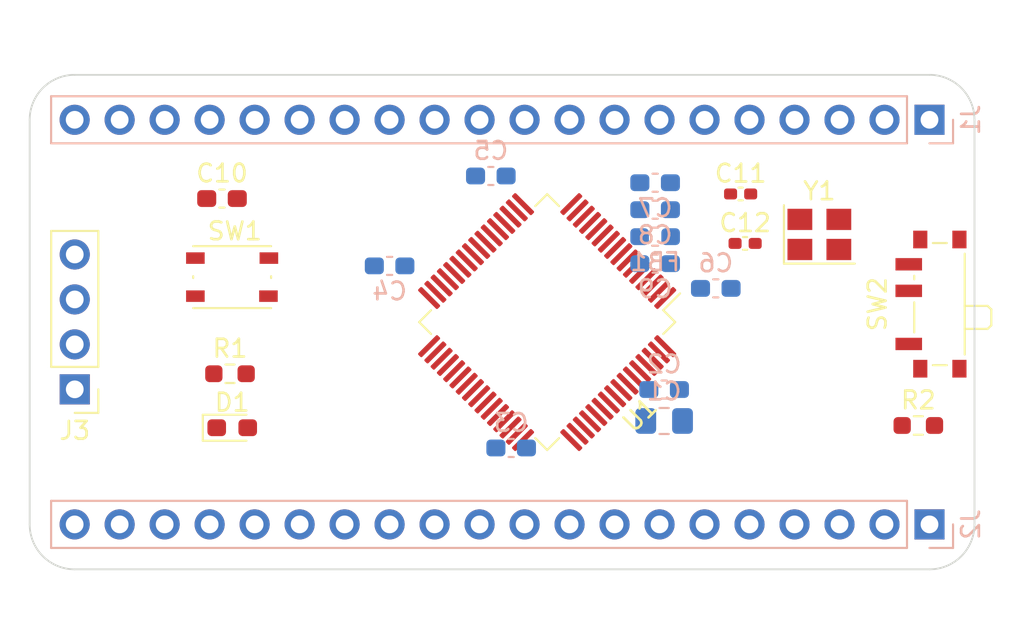
<source format=kicad_pcb>
(kicad_pcb (version 20211014) (generator pcbnew)
  (layers (0 "F.Cu" signal) (31 "B.Cu" power) (34 "B.Paste" user) (35 "F.Paste" user) (36 "B.SilkS" user "B.Silkscreen") (37 "F.SilkS" user "F.Silkscreen") (38 "B.Mask" user) (39 "F.Mask" user) (44 "Edge.Cuts" user))
  (net 0 "")
  (net 1 "VBUS")
  (net 2 "GND")
  (net 3 "+3V3")
  (net 4 "+3.3VA")
  (net 5 "/NRST")
  (net 6 "/HSE_IN")
  (net 7 "/PWR_LED")
  (net 8 "/SWDIO")
  (net 9 "/SWCLK")
  (net 10 "/PC13")
  (net 11 "/PC14")
  (net 12 "/PC15")
  (net 13 "/PA0")
  (net 14 "/PA1")
  (net 15 "/PA2")
  (net 16 "/PA3")
  (net 17 "/PA4")
  (net 18 "/PA5")
  (net 19 "/PA6")
  (net 20 "/PA7")
  (net 21 "/PB0")
  (net 22 "/PB1")
  (net 23 "/PB2")
  (net 24 "/PB10")
  (net 25 "/PB8")
  (net 26 "/PB7")
  (net 27 "/PB6")
  (net 28 "/PB5")
  (net 29 "/PB4")
  (net 30 "/PB3")
  (net 31 "/PD2")
  (net 32 "/PC12")
  (net 33 "/PC11")
  (net 34 "/PC10")
  (net 35 "/PA8")
  (net 36 "/PC9")
  (net 37 "/PC8")
  (net 38 "/PC7")
  (net 39 "/PC6")
  (net 40 "/PB15")
  (net 41 "/PB14")
  (net 42 "/BOOT0")
  (net 43 "/SW_BOOT0")
  (net 48 "/PC4")
  (net 49 "/PC5")
  (net 50 "/PB12")
  (net 51 "/PB13")
  (net 54 "/PB9")
  (net 55 "/HSE_OUT")
  (footprint "Resistor_SMD:R_0603_1608Metric_Pad0.98x0.95mm_HandSolder" (layer "F.Cu") (at 79.89 72.769)
    (fp_text reference "R1" (at 0 -1.43) (layer "F.SilkS"))
    (fp_text value "1K")
    (fp_line (start -0.254724 -0.5225) (end 0.254724 -0.5225) (layer "F.SilkS") (width 0.12))
    (fp_line (start -0.254724 0.5225) (end 0.254724 0.5225) (layer "F.SilkS") (width 0.12))
    (pad "1" smd roundrect (at -0.9125 0) (size 0.975 0.95) (layers "F.Cu" "F.Paste" "F.Mask") (net 7 "/PWR_LED"))
    (pad "2" smd roundrect (at 0.9125 0) (size 0.975 0.95) (layers "F.Cu" "F.Paste" "F.Mask") (net 2 "GND"))
  )
  (footprint "Connector_PinHeader_2.54mm:PinHeader_1x04_P2.54mm_Vertical" (layer "F.Cu") (at 71.125 73.65 180)
    (fp_text reference "J3" (at 0 -2.33) (layer "F.SilkS"))
    (fp_text value "Serial_Wire")
    (fp_line (start -1.33 0) (end -1.33 -1.33) (layer "F.SilkS") (width 0.12))
    (fp_line (start -1.33 -1.33) (end 0 -1.33) (layer "F.SilkS") (width 0.12))
    (fp_line (start 1.33 1.27) (end 1.33 8.95) (layer "F.SilkS") (width 0.12))
    (fp_line (start -1.33 1.27) (end 1.33 1.27) (layer "F.SilkS") (width 0.12))
    (fp_line (start -1.33 8.95) (end 1.33 8.95) (layer "F.SilkS") (width 0.12))
    (fp_line (start -1.33 1.27) (end -1.33 8.95) (layer "F.SilkS") (width 0.12))
    (pad "1" thru_hole rect (at 0 0 180) (size 1.7 1.7) (drill 1) (layers *.Cu *.Mask) (net 3 "+3V3"))
    (pad "2" thru_hole oval (at 0 2.54 180) (size 1.7 1.7) (drill 1) (layers *.Cu *.Mask) (net 2 "GND"))
    (pad "3" thru_hole oval (at 0 5.08 180) (size 1.7 1.7) (drill 1) (layers *.Cu *.Mask) (net 8 "/SWDIO"))
    (pad "4" thru_hole oval (at 0 7.62 180) (size 1.7 1.7) (drill 1) (layers *.Cu *.Mask) (net 9 "/SWCLK"))
  )
  (footprint "Button_Switch_SMD:SW_Push_1P1T_NO_Vertical_Wuerth_434133025816" (layer "F.Cu") (at 80.01 67.31)
    (fp_text reference "SW1" (at 0.15 -2.6) (layer "F.SilkS"))
    (fp_text value "SW_Push")
    (fp_line (start -2.2 0.05) (end -2.2 -0.05) (layer "F.SilkS") (width 0.12))
    (fp_line (start 2.2 0.05) (end 2.2 -0.05) (layer "F.SilkS") (width 0.12))
    (fp_line (start 2.2 -1.75) (end -2.2 -1.75) (layer "F.SilkS") (width 0.12))
    (fp_line (start -2.2 1.75) (end 2.2 1.75) (layer "F.SilkS") (width 0.12))
    (pad "1" smd rect (at 2.075 -1.075) (size 1.05 0.65) (layers "F.Cu" "F.Paste" "F.Mask") (net 5 "/NRST"))
    (pad "1" smd rect (at -2.075 -1.075) (size 1.05 0.65) (layers "F.Cu" "F.Paste" "F.Mask") (net 5 "/NRST"))
    (pad "2" smd rect (at 2.05 1.075) (size 1.05 0.65) (layers "F.Cu" "F.Paste" "F.Mask") (net 2 "GND"))
    (pad "2" smd rect (at -2.075 1.075) (size 1.05 0.65) (layers "F.Cu" "F.Paste" "F.Mask") (net 2 "GND"))
  )
  (footprint "Crystal:Crystal_SMD_3225-4Pin_3.2x2.5mm" (layer "F.Cu") (at 113.162 64.897)
    (fp_text reference "Y1" (at 0 -2.45) (layer "F.SilkS"))
    (fp_text value "Crystal_GND24")
    (fp_line (start -2 -1.65) (end -2 1.65) (layer "F.SilkS") (width 0.12))
    (fp_line (start -2 1.65) (end 2 1.65) (layer "F.SilkS") (width 0.12))
    (pad "1" smd rect (at -1.1 0.85) (size 1.4 1.2) (layers "F.Cu" "F.Paste" "F.Mask") (net 6 "/HSE_IN"))
    (pad "2" smd rect (at 1.1 0.85) (size 1.4 1.2) (layers "F.Cu" "F.Paste" "F.Mask") (net 2 "GND"))
    (pad "3" smd rect (at 1.1 -0.85) (size 1.4 1.2) (layers "F.Cu" "F.Paste" "F.Mask") (net 55 "/HSE_OUT"))
    (pad "4" smd rect (at -1.1 -0.85) (size 1.4 1.2) (layers "F.Cu" "F.Paste" "F.Mask") (net 2 "GND"))
  )
  (footprint "Package_QFP:LQFP-64_10x10mm_P0.5mm" (layer "F.Cu") (at 97.795 69.85 -135)
    (fp_text reference "U1" (at 0 -7.4 45) (layer "F.SilkS"))
    (fp_text value "STM32F446RCTx")
    (fp_line (start -4.16 -5.11) (end -5.11 -5.11) (layer "F.SilkS") (width 0.12))
    (fp_line (start -5.11 -5.11) (end -5.11 -4.16) (layer "F.SilkS") (width 0.12))
    (fp_line (start -5.11 5.11) (end -5.11 4.16) (layer "F.SilkS") (width 0.12))
    (fp_line (start 5.11 -5.11) (end 5.11 -4.16) (layer "F.SilkS") (width 0.12))
    (fp_line (start 5.11 5.11) (end 5.11 4.16) (layer "F.SilkS") (width 0.12))
    (fp_line (start 4.16 5.11) (end 5.11 5.11) (layer "F.SilkS") (width 0.12))
    (fp_line (start 4.16 -5.11) (end 5.11 -5.11) (layer "F.SilkS") (width 0.12))
    (fp_line (start -4.16 5.11) (end -5.11 5.11) (layer "F.SilkS") (width 0.12))
    (fp_line (start -5.11 -4.16) (end -6.45 -4.16) (layer "F.SilkS") (width 0.12))
    (pad "1" smd roundrect (at -5.675 -3.75 225) (size 1.55 0.3) (layers "F.Cu" "F.Paste" "F.Mask") (net 3 "+3V3"))
    (pad "2" smd roundrect (at -5.675 -3.25 225) (size 1.55 0.3) (layers "F.Cu" "F.Paste" "F.Mask") (net 10 "/PC13"))
    (pad "3" smd roundrect (at -5.675 -2.75 225) (size 1.55 0.3) (layers "F.Cu" "F.Paste" "F.Mask") (net 11 "/PC14"))
    (pad "4" smd roundrect (at -5.675 -2.25 225) (size 1.55 0.3) (layers "F.Cu" "F.Paste" "F.Mask") (net 12 "/PC15"))
    (pad "5" smd roundrect (at -5.675 -1.75 225) (size 1.55 0.3) (layers "F.Cu" "F.Paste" "F.Mask") (net 6 "/HSE_IN"))
    (pad "6" smd roundrect (at -5.675 -1.25 225) (size 1.55 0.3) (layers "F.Cu" "F.Paste" "F.Mask") (net 55 "/HSE_OUT"))
    (pad "7" smd roundrect (at -5.675 -0.75 225) (size 1.55 0.3) (layers "F.Cu" "F.Paste" "F.Mask") (net 5 "/NRST"))
    (pad "8" smd roundrect (at -5.675 -0.25 225) (size 1.55 0.3) (layers "F.Cu" "F.Paste" "F.Mask"))
    (pad "9" smd roundrect (at -5.675 0.25 225) (size 1.55 0.3) (layers "F.Cu" "F.Paste" "F.Mask"))
    (pad "10" smd roundrect (at -5.675 0.75 225) (size 1.55 0.3) (layers "F.Cu" "F.Paste" "F.Mask"))
    (pad "11" smd roundrect (at -5.675 1.25 225) (size 1.55 0.3) (layers "F.Cu" "F.Paste" "F.Mask"))
    (pad "12" smd roundrect (at -5.675 1.75 225) (size 1.55 0.3) (layers "F.Cu" "F.Paste" "F.Mask") (net 2 "GND"))
    (pad "13" smd roundrect (at -5.675 2.25 225) (size 1.55 0.3) (layers "F.Cu" "F.Paste" "F.Mask") (net 4 "+3.3VA"))
    (pad "14" smd roundrect (at -5.675 2.75 225) (size 1.55 0.3) (layers "F.Cu" "F.Paste" "F.Mask") (net 13 "/PA0"))
    (pad "15" smd roundrect (at -5.675 3.25 225) (size 1.55 0.3) (layers "F.Cu" "F.Paste" "F.Mask") (net 14 "/PA1"))
    (pad "16" smd roundrect (at -5.675 3.75 225) (size 1.55 0.3) (layers "F.Cu" "F.Paste" "F.Mask") (net 15 "/PA2"))
    (pad "17" smd roundrect (at -3.75 5.675 225) (size 0.3 1.55) (layers "F.Cu" "F.Paste" "F.Mask") (net 16 "/PA3"))
    (pad "18" smd roundrect (at -3.25 5.675 225) (size 0.3 1.55) (layers "F.Cu" "F.Paste" "F.Mask") (net 2 "GND"))
    (pad "19" smd roundrect (at -2.75 5.675 225) (size 0.3 1.55) (layers "F.Cu" "F.Paste" "F.Mask") (net 3 "+3V3"))
    (pad "20" smd roundrect (at -2.25 5.675 225) (size 0.3 1.55) (layers "F.Cu" "F.Paste" "F.Mask") (net 17 "/PA4"))
    (pad "21" smd roundrect (at -1.75 5.675 225) (size 0.3 1.55) (layers "F.Cu" "F.Paste" "F.Mask") (net 18 "/PA5"))
    (pad "22" smd roundrect (at -1.25 5.675 225) (size 0.3 1.55) (layers "F.Cu" "F.Paste" "F.Mask") (net 19 "/PA6"))
    (pad "23" smd roundrect (at -0.75 5.675 225) (size 0.3 1.55) (layers "F.Cu" "F.Paste" "F.Mask") (net 20 "/PA7"))
    (pad "24" smd roundrect (at -0.25 5.675 225) (size 0.3 1.55) (layers "F.Cu" "F.Paste" "F.Mask") (net 48 "/PC4"))
    (pad "25" smd roundrect (at 0.25 5.675 225) (size 0.3 1.55) (layers "F.Cu" "F.Paste" "F.Mask") (net 49 "/PC5"))
    (pad "26" smd roundrect (at 0.75 5.675 225) (size 0.3 1.55) (layers "F.Cu" "F.Paste" "F.Mask") (net 21 "/PB0"))
    (pad "27" smd roundrect (at 1.25 5.675 225) (size 0.3 1.55) (layers "F.Cu" "F.Paste" "F.Mask") (net 22 "/PB1"))
    (pad "28" smd roundrect (at 1.75 5.675 225) (size 0.3 1.55) (layers "F.Cu" "F.Paste" "F.Mask") (net 23 "/PB2"))
    (pad "29" smd roundrect (at 2.25 5.675 225) (size 0.3 1.55) (layers "F.Cu" "F.Paste" "F.Mask") (net 24 "/PB10"))
    (pad "30" smd roundrect (at 2.75 5.675 225) (size 0.3 1.55) (layers "F.Cu" "F.Paste" "F.Mask") (net 3 "+3V3"))
    (pad "31" smd roundrect (at 3.25 5.675 225) (size 0.3 1.55) (layers "F.Cu" "F.Paste" "F.Mask") (net 2 "GND"))
    (pad "32" smd roundrect (at 3.75 5.675 225) (size 0.3 1.55) (layers "F.Cu" "F.Paste" "F.Mask") (net 3 "+3V3"))
    (pad "33" smd roundrect (at 5.675 3.75 225) (size 1.55 0.3) (layers "F.Cu" "F.Paste" "F.Mask") (net 50 "/PB12"))
    (pad "34" smd roundrect (at 5.675 3.25 225) (size 1.55 0.3) (layers "F.Cu" "F.Paste" "F.Mask") (net 51 "/PB13"))
    (pad "35" smd roundrect (at 5.675 2.75 225) (size 1.55 0.3) (layers "F.Cu" "F.Paste" "F.Mask") (net 41 "/PB14"))
    (pad "36" smd roundrect (at 5.675 2.25 225) (size 1.55 0.3) (layers "F.Cu" "F.Paste" "F.Mask") (net 40 "/PB15"))
    (pad "37" smd roundrect (at 5.675 1.75 225) (size 1.55 0.3) (layers "F.Cu" "F.Paste" "F.Mask") (net 39 "/PC6"))
    (pad "38" smd roundrect (at 5.675 1.25 225) (size 1.55 0.3) (layers "F.Cu" "F.Paste" "F.Mask") (net 38 "/PC7"))
    (pad "39" smd roundrect (at 5.675 0.75 225) (size 1.55 0.3) (layers "F.Cu" "F.Paste" "F.Mask") (net 37 "/PC8"))
    (pad "40" smd roundrect (at 5.675 0.25 225) (size 1.55 0.3) (layers "F.Cu" "F.Paste" "F.Mask") (net 36 "/PC9"))
    (pad "41" smd roundrect (at 5.675 -0.25 225) (size 1.55 0.3) (layers "F.Cu" "F.Paste" "F.Mask"))
    (pad "42" smd roundrect (at 5.675 -0.75 225) (size 1.55 0.3) (layers "F.Cu" "F.Paste" "F.Mask"))
    (pad "43" smd roundrect (at 5.675 -1.25 225) (size 1.55 0.3) (layers "F.Cu" "F.Paste" "F.Mask"))
    (pad "44" smd roundrect (at 5.675 -1.75 225) (size 1.55 0.3) (layers "F.Cu" "F.Paste" "F.Mask"))
    (pad "45" smd roundrect (at 5.675 -2.25 225) (size 1.55 0.3) (layers "F.Cu" "F.Paste" "F.Mask"))
    (pad "46" smd roundrect (at 5.675 -2.75 225) (size 1.55 0.3) (layers "F.Cu" "F.Paste" "F.Mask") (net 8 "/SWDIO"))
    (pad "47" smd roundrect (at 5.675 -3.25 225) (size 1.55 0.3) (layers "F.Cu" "F.Paste" "F.Mask") (net 2 "GND"))
    (pad "48" smd roundrect (at 5.675 -3.75 225) (size 1.55 0.3) (layers "F.Cu" "F.Paste" "F.Mask") (net 3 "+3V3"))
    (pad "49" smd roundrect (at 3.75 -5.675 225) (size 0.3 1.55) (layers "F.Cu" "F.Paste" "F.Mask") (net 9 "/SWCLK"))
    (pad "50" smd roundrect (at 3.25 -5.675 225) (size 0.3 1.55) (layers "F.Cu" "F.Paste" "F.Mask"))
    (pad "51" smd roundrect (at 2.75 -5.675 225) (size 0.3 1.55) (layers "F.Cu" "F.Paste" "F.Mask") (net 34 "/PC10"))
    (pad "52" smd roundrect (at 2.25 -5.675 225) (size 0.3 1.55) (layers "F.Cu" "F.Paste" "F.Mask") (net 33 "/PC11"))
    (pad "53" smd roundrect (at 1.75 -5.675 225) (size 0.3 1.55) (layers "F.Cu" "F.Paste" "F.Mask") (net 32 "/PC12"))
    (pad "54" smd roundrect (at 1.25 -5.675 225) (size 0.3 1.55) (layers "F.Cu" "F.Paste" "F.Mask") (net 31 "/PD2"))
    (pad "55" smd roundrect (at 0.75 -5.675 225) (size 0.3 1.55) (layers "F.Cu" "F.Paste" "F.Mask") (net 30 "/PB3"))
    (pad "56" smd roundrect (at 0.25 -5.675 225) (size 0.3 1.55) (layers "F.Cu" "F.Paste" "F.Mask") (net 29 "/PB4"))
    (pad "57" smd roundrect (at -0.25 -5.675 225) (size 0.3 1.55) (layers "F.Cu" "F.Paste" "F.Mask") (net 28 "/PB5"))
    (pad "58" smd roundrect (at -0.75 -5.675 225) (size 0.3 1.55) (layers "F.Cu" "F.Paste" "F.Mask") (net 27 "/PB6"))
    (pad "59" smd roundrect (at -1.25 -5.675 225) (size 0.3 1.55) (layers "F.Cu" "F.Paste" "F.Mask") (net 26 "/PB7"))
    (pad "60" smd roundrect (at -1.75 -5.675 225) (size 0.3 1.55) (layers "F.Cu" "F.Paste" "F.Mask") (net 42 "/BOOT0"))
    (pad "61" smd roundrect (at -2.25 -5.675 225) (size 0.3 1.55) (layers "F.Cu" "F.Paste" "F.Mask") (net 25 "/PB8"))
    (pad "62" smd roundrect (at -2.75 -5.675 225) (size 0.3 1.55) (layers "F.Cu" "F.Paste" "F.Mask") (net 54 "/PB9"))
    (pad "63" smd roundrect (at -3.25 -5.675 225) (size 0.3 1.55) (layers "F.Cu" "F.Paste" "F.Mask") (net 2 "GND"))
    (pad "64" smd roundrect (at -3.75 -5.675 225) (size 0.3 1.55) (layers "F.Cu" "F.Paste" "F.Mask") (net 3 "+3V3"))
  )
  (footprint "Capacitor_SMD:C_0402_1005Metric_Pad0.74x0.62mm_HandSolder" (layer "F.Cu") (at 108.971 65.405)
    (fp_text reference "C12" (at 0 -1.16) (layer "F.SilkS"))
    (fp_text value "C")
    (fp_line (start -0.115835 0.36) (end 0.115835 0.36) (layer "F.SilkS") (width 0.12))
    (fp_line (start -0.115835 -0.36) (end 0.115835 -0.36) (layer "F.SilkS") (width 0.12))
    (pad "1" smd roundrect (at -0.5675 0) (size 0.735 0.62) (layers "F.Cu" "F.Paste" "F.Mask") (net 55 "/HSE_OUT"))
    (pad "2" smd roundrect (at 0.5675 0) (size 0.735 0.62) (layers "F.Cu" "F.Paste" "F.Mask") (net 2 "GND"))
  )
  (footprint "Button_Switch_SMD:SW_SPDT_PCM12" (layer "F.Cu") (at 119.639 68.834 90)
    (fp_text reference "SW2" (at 0 -3.2 90) (layer "F.SilkS"))
    (fp_text value "SW_SPDT")
    (fp_line (start -3.45 -0.07) (end -3.45 0.72) (layer "F.SilkS") (width 0.12))
    (fp_line (start -1.4 3.02) (end -1.2 3.23) (layer "F.SilkS") (width 0.12))
    (fp_line (start 3.45 0.72) (end 3.45 -0.07) (layer "F.SilkS") (width 0.12))
    (fp_line (start -1.4 1.73) (end -1.4 3.02) (layer "F.SilkS") (width 0.12))
    (fp_line (start -1.6 -1.12) (end 0.1 -1.12) (layer "F.SilkS") (width 0.12))
    (fp_line (start 1.4 -1.12) (end 1.6 -1.12) (layer "F.SilkS") (width 0.12))
    (fp_line (start -1.2 3.23) (end -0.3 3.23) (layer "F.SilkS") (width 0.12))
    (fp_line (start -0.1 3.02) (end -0.3 3.23) (layer "F.SilkS") (width 0.12))
    (fp_line (start -0.1 3.02) (end -0.1 1.73) (layer "F.SilkS") (width 0.12))
    (fp_line (start -2.85 1.73) (end 2.85 1.73) (layer "F.SilkS") (width 0.12))
    (pad "" smd rect (at 3.65 1.43 90) (size 1 0.8) (layers "F.Cu" "F.Paste" "F.Mask"))
    (pad "" smd rect (at -3.65 -0.78 90) (size 1 0.8) (layers "F.Cu" "F.Paste" "F.Mask"))
    (pad "" smd rect (at -3.65 1.43 90) (size 1 0.8) (layers "F.Cu" "F.Paste" "F.Mask"))
    (pad "" np_thru_hole circle (at -1.5 0.33 90) (size 0.9 0.9) (drill 0.9) (layers *.Cu *.Mask))
    (pad "" smd rect (at 3.65 -0.78 90) (size 1 0.8) (layers "F.Cu" "F.Paste" "F.Mask"))
    (pad "" np_thru_hole circle (at 1.5 0.33 90) (size 0.9 0.9) (drill 0.9) (layers *.Cu *.Mask))
    (pad "1" smd rect (at -2.25 -1.43 90) (size 0.7 1.5) (layers "F.Cu" "F.Paste" "F.Mask") (net 2 "GND"))
    (pad "2" smd rect (at 0.75 -1.43 90) (size 0.7 1.5) (layers "F.Cu" "F.Paste" "F.Mask") (net 43 "/SW_BOOT0"))
    (pad "3" smd rect (at 2.25 -1.43 90) (size 0.7 1.5) (layers "F.Cu" "F.Paste" "F.Mask") (net 3 "+3V3"))
  )
  (footprint "Resistor_SMD:R_0603_1608Metric_Pad0.98x0.95mm_HandSolder" (layer "F.Cu") (at 118.75 75.692)
    (fp_text reference "R2" (at 0 -1.43) (layer "F.SilkS"))
    (fp_text value "10k")
    (fp_line (start -0.254724 -0.5225) (end 0.254724 -0.5225) (layer "F.SilkS") (width 0.12))
    (fp_line (start -0.254724 0.5225) (end 0.254724 0.5225) (layer "F.SilkS") (width 0.12))
    (pad "1" smd roundrect (at -0.9125 0) (size 0.975 0.95) (layers "F.Cu" "F.Paste" "F.Mask") (net 42 "/BOOT0"))
    (pad "2" smd roundrect (at 0.9125 0) (size 0.975 0.95) (layers "F.Cu" "F.Paste" "F.Mask") (net 43 "/SW_BOOT0"))
  )
  (footprint "LED_SMD:LED_0603_1608Metric_Pad1.05x0.95mm_HandSolder" (layer "F.Cu") (at 80.015 75.819)
    (fp_text reference "D1" (at 0 -1.43) (layer "F.SilkS"))
    (fp_text value "PWR_LED")
    (fp_line (start -1.66 -0.735) (end -1.66 0.735) (layer "F.SilkS") (width 0.12))
    (fp_line (start 0.8 -0.735) (end -1.66 -0.735) (layer "F.SilkS") (width 0.12))
    (fp_line (start -1.66 0.735) (end 0.8 0.735) (layer "F.SilkS") (width 0.12))
    (pad "1" smd roundrect (at -0.875 0) (size 1.05 0.95) (layers "F.Cu" "F.Paste" "F.Mask") (net 7 "/PWR_LED"))
    (pad "2" smd roundrect (at 0.875 0) (size 1.05 0.95) (layers "F.Cu" "F.Paste" "F.Mask") (net 3 "+3V3"))
  )
  (footprint "Capacitor_SMD:C_0402_1005Metric_Pad0.74x0.62mm_HandSolder" (layer "F.Cu") (at 108.717 62.611)
    (fp_text reference "C11" (at 0 -1.16) (layer "F.SilkS"))
    (fp_text value "C")
    (fp_line (start -0.115835 -0.36) (end 0.115835 -0.36) (layer "F.SilkS") (width 0.12))
    (fp_line (start -0.115835 0.36) (end 0.115835 0.36) (layer "F.SilkS") (width 0.12))
    (pad "1" smd roundrect (at -0.5675 0) (size 0.735 0.62) (layers "F.Cu" "F.Paste" "F.Mask") (net 6 "/HSE_IN"))
    (pad "2" smd roundrect (at 0.5675 0) (size 0.735 0.62) (layers "F.Cu" "F.Paste" "F.Mask") (net 2 "GND"))
  )
  (footprint "Capacitor_SMD:C_0603_1608Metric_Pad1.08x0.95mm_HandSolder" (layer "F.Cu") (at 79.438 62.871)
    (fp_text reference "C10" (at 0 -1.43) (layer "F.SilkS"))
    (fp_text value "100n")
    (fp_line (start -0.146267 -0.51) (end 0.146267 -0.51) (layer "F.SilkS") (width 0.12))
    (fp_line (start -0.146267 0.51) (end 0.146267 0.51) (layer "F.SilkS") (width 0.12))
    (pad "1" smd roundrect (at -0.8625 0) (size 1.075 0.95) (layers "F.Cu" "F.Paste" "F.Mask") (net 5 "/NRST"))
    (pad "2" smd roundrect (at 0.8625 0) (size 1.075 0.95) (layers "F.Cu" "F.Paste" "F.Mask") (net 2 "GND"))
  )
  (footprint "Inductor_SMD:L_0603_1608Metric_Pad1.05x0.95mm_HandSolder" (layer "B.Cu") (at 103.891 65.024)
    (fp_text reference "FB1" (at 0 1.43) (layer "B.SilkS") (effects (justify mirror)))
    (fp_text value "120R")
    (fp_line (start -0.171267 0.51) (end 0.171267 0.51) (layer "B.SilkS") (width 0.12))
    (fp_line (start -0.171267 -0.51) (end 0.171267 -0.51) (layer "B.SilkS") (width 0.12))
    (pad "1" smd roundrect (at -0.875 0) (size 1.05 0.95) (layers "B.Cu" "B.Paste" "B.Mask") (net 3 "+3V3"))
    (pad "2" smd roundrect (at 0.875 0) (size 1.05 0.95) (layers "B.Cu" "B.Paste" "B.Mask") (net 4 "+3.3VA"))
  )
  (footprint "Capacitor_SMD:C_0603_1608Metric_Pad1.08x0.95mm_HandSolder" (layer "B.Cu") (at 104.399 73.66 180)
    (fp_text reference "C2" (at 0 1.43) (layer "B.SilkS") (effects (justify mirror)))
    (fp_text value "100n")
    (fp_line (start -0.146267 0.51) (end 0.146267 0.51) (layer "B.SilkS") (width 0.12))
    (fp_line (start -0.146267 -0.51) (end 0.146267 -0.51) (layer "B.SilkS") (width 0.12))
    (pad "1" smd roundrect (at -0.8625 0 180) (size 1.075 0.95) (layers "B.Cu" "B.Paste" "B.Mask") (net 3 "+3V3"))
    (pad "2" smd roundrect (at 0.8625 0 180) (size 1.075 0.95) (layers "B.Cu" "B.Paste" "B.Mask") (net 2 "GND"))
  )
  (footprint "Capacitor_SMD:C_0805_2012Metric_Pad1.18x1.45mm_HandSolder" (layer "B.Cu") (at 104.399 75.438 180)
    (fp_text reference "C1" (at 0 1.68) (layer "B.SilkS") (effects (justify mirror)))
    (fp_text value "10u")
    (fp_line (start -0.261252 0.735) (end 0.261252 0.735) (layer "B.SilkS") (width 0.12))
    (fp_line (start -0.261252 -0.735) (end 0.261252 -0.735) (layer "B.SilkS") (width 0.12))
    (pad "1" smd roundrect (at -1.0375 0 180) (size 1.175 1.45) (layers "B.Cu" "B.Paste" "B.Mask") (roundrect_rratio 0.212766) (net 3 "+3V3"))
    (pad "2" smd roundrect (at 1.0375 0 180) (size 1.175 1.45) (layers "B.Cu" "B.Paste" "B.Mask") (roundrect_rratio 0.212766) (net 2 "GND"))
  )
  (footprint "Capacitor_SMD:C_0603_1608Metric_Pad1.08x0.95mm_HandSolder" (layer "B.Cu") (at 103.891 63.5)
    (fp_text reference "C8" (at 0 1.43) (layer "B.SilkS") (effects (justify mirror)))
    (fp_text value "1u")
    (fp_line (start -0.146267 -0.51) (end 0.146267 -0.51) (layer "B.SilkS") (width 0.12))
    (fp_line (start -0.146267 0.51) (end 0.146267 0.51) (layer "B.SilkS") (width 0.12))
    (pad "1" smd roundrect (at -0.8625 0) (size 1.075 0.95) (layers "B.Cu" "B.Paste" "B.Mask") (net 4 "+3.3VA"))
    (pad "2" smd roundrect (at 0.8625 0) (size 1.075 0.95) (layers "B.Cu" "B.Paste" "B.Mask") (net 2 "GND"))
  )
  (footprint "Capacitor_SMD:C_0603_1608Metric_Pad1.08x0.95mm_HandSolder" (layer "B.Cu") (at 88.9 66.675)
    (fp_text reference "C4" (at 0 1.43) (layer "B.SilkS") (effects (justify mirror)))
    (fp_text value "100n")
    (fp_line (start -0.146267 0.51) (end 0.146267 0.51) (layer "B.SilkS") (width 0.12))
    (fp_line (start -0.146267 -0.51) (end 0.146267 -0.51) (layer "B.SilkS") (width 0.12))
    (pad "1" smd roundrect (at -0.8625 0) (size 1.075 0.95) (layers "B.Cu" "B.Paste" "B.Mask") (net 3 "+3V3"))
    (pad "2" smd roundrect (at 0.8625 0) (size 1.075 0.95) (layers "B.Cu" "B.Paste" "B.Mask") (net 2 "GND"))
  )
  (footprint "Capacitor_SMD:C_0603_1608Metric_Pad1.08x0.95mm_HandSolder" (layer "B.Cu") (at 103.891 61.976)
    (fp_text reference "C7" (at 0 1.43) (layer "B.SilkS") (effects (justify mirror)))
    (fp_text value "100n")
    (fp_line (start -0.146267 0.51) (end 0.146267 0.51) (layer "B.SilkS") (width 0.12))
    (fp_line (start -0.146267 -0.51) (end 0.146267 -0.51) (layer "B.SilkS") (width 0.12))
    (pad "1" smd roundrect (at -0.8625 0) (size 1.075 0.95) (layers "B.Cu" "B.Paste" "B.Mask") (net 4 "+3.3VA"))
    (pad "2" smd roundrect (at 0.8625 0) (size 1.075 0.95) (layers "B.Cu" "B.Paste" "B.Mask") (net 2 "GND"))
  )
  (footprint "Connector_PinHeader_2.54mm:PinHeader_1x20_P2.54mm_Vertical" (layer "B.Cu") (at 119.38 81.28 90)
    (fp_text reference "J2" (at 0 2.33 90) (layer "B.SilkS") (effects (justify mirror)))
    (fp_text value "Conn_01x20_Male")
    (fp_line (start -1.33 -49.59) (end 1.33 -49.59) (layer "B.SilkS") (width 0.12))
    (fp_line (start -1.33 -1.27) (end 1.33 -1.27) (layer "B.SilkS") (width 0.12))
    (fp_line (start -1.33 -1.27) (end -1.33 -49.59) (layer "B.SilkS") (width 0.12))
    (fp_line (start -1.33 0) (end -1.33 1.33) (layer "B.SilkS") (width 0.12))
    (fp_line (start 1.33 -1.27) (end 1.33 -49.59) (layer "B.SilkS") (width 0.12))
    (fp_line (start -1.33 1.33) (end 0 1.33) (layer "B.SilkS") (width 0.12))
    (pad "1" thru_hole rect (at 0 0 90) (size 1.7 1.7) (drill 1) (layers *.Cu *.Mask) (net 25 "/PB8"))
    (pad "2" thru_hole oval (at 0 -2.54 90) (size 1.7 1.7) (drill 1) (layers *.Cu *.Mask) (net 26 "/PB7"))
    (pad "3" thru_hole oval (at 0 -5.08 90) (size 1.7 1.7) (drill 1) (layers *.Cu *.Mask) (net 27 "/PB6"))
    (pad "4" thru_hole oval (at 0 -7.62 90) (size 1.7 1.7) (drill 1) (layers *.Cu *.Mask) (net 28 "/PB5"))
    (pad "5" thru_hole oval (at 0 -10.16 90) (size 1.7 1.7) (drill 1) (layers *.Cu *.Mask) (net 29 "/PB4"))
    (pad "6" thru_hole oval (at 0 -12.7 90) (size 1.7 1.7) (drill 1) (layers *.Cu *.Mask) (net 30 "/PB3"))
    (pad "7" thru_hole oval (at 0 -15.24 90) (size 1.7 1.7) (drill 1) (layers *.Cu *.Mask) (net 31 "/PD2"))
    (pad "8" thru_hole oval (at 0 -17.78 90) (size 1.7 1.7) (drill 1) (layers *.Cu *.Mask) (net 32 "/PC12"))
    (pad "9" thru_hole oval (at 0 -20.32 90) (size 1.7 1.7) (drill 1) (layers *.Cu *.Mask) (net 33 "/PC11"))
    (pad "10" thru_hole oval (at 0 -22.86 90) (size 1.7 1.7) (drill 1) (layers *.Cu *.Mask) (net 34 "/PC10"))
    (pad "11" thru_hole oval (at 0 -25.4 90) (size 1.7 1.7) (drill 1) (layers *.Cu *.Mask) (net 35 "/PA8"))
    (pad "12" thru_hole oval (at 0 -27.94 90) (size 1.7 1.7) (drill 1) (layers *.Cu *.Mask) (net 36 "/PC9"))
    (pad "13" thru_hole oval (at 0 -30.48 90) (size 1.7 1.7) (drill 1) (layers *.Cu *.Mask) (net 37 "/PC8"))
    (pad "14" thru_hole oval (at 0 -33.02 90) (size 1.7 1.7) (drill 1) (layers *.Cu *.Mask) (net 38 "/PC7"))
    (pad "15" thru_hole oval (at 0 -35.56 90) (size 1.7 1.7) (drill 1) (layers *.Cu *.Mask) (net 39 "/PC6"))
    (pad "16" thru_hole oval (at 0 -38.1 90) (size 1.7 1.7) (drill 1) (layers *.Cu *.Mask) (net 40 "/PB15"))
    (pad "17" thru_hole oval (at 0 -40.64 90) (size 1.7 1.7) (drill 1) (layers *.Cu *.Mask) (net 41 "/PB14"))
    (pad "18" thru_hole oval (at 0 -43.18 90) (size 1.7 1.7) (drill 1) (layers *.Cu *.Mask) (net 1 "VBUS"))
    (pad "19" thru_hole oval (at 0 -45.72 90) (size 1.7 1.7) (drill 1) (layers *.Cu *.Mask) (net 2 "GND"))
    (pad "20" thru_hole oval (at 0 -48.26 90) (size 1.7 1.7) (drill 1) (layers *.Cu *.Mask) (net 3 "+3V3"))
  )
  (footprint "Capacitor_SMD:C_0603_1608Metric_Pad1.08x0.95mm_HandSolder" (layer "B.Cu") (at 103.891 66.548)
    (fp_text reference "C9" (at 0 1.43) (layer "B.SilkS") (effects (justify mirror)))
    (fp_text value "1u")
    (fp_line (start -0.146267 0.51) (end 0.146267 0.51) (layer "B.SilkS") (width 0.12))
    (fp_line (start -0.146267 -0.51) (end 0.146267 -0.51) (layer "B.SilkS") (width 0.12))
    (pad "1" smd roundrect (at -0.8625 0) (size 1.075 0.95) (layers "B.Cu" "B.Paste" "B.Mask") (net 3 "+3V3"))
    (pad "2" smd roundrect (at 0.8625 0) (size 1.075 0.95) (layers "B.Cu" "B.Paste" "B.Mask") (net 2 "GND"))
  )
  (footprint "Capacitor_SMD:C_0603_1608Metric_Pad1.08x0.95mm_HandSolder" (layer "B.Cu") (at 94.615 61.595 180)
    (fp_text reference "C5" (at 0 1.43) (layer "B.SilkS") (effects (justify mirror)))
    (fp_text value "100n")
    (fp_line (start -0.146267 -0.51) (end 0.146267 -0.51) (layer "B.SilkS") (width 0.12))
    (fp_line (start -0.146267 0.51) (end 0.146267 0.51) (layer "B.SilkS") (width 0.12))
    (pad "1" smd roundrect (at -0.8625 0 180) (size 1.075 0.95) (layers "B.Cu" "B.Paste" "B.Mask") (net 3 "+3V3"))
    (pad "2" smd roundrect (at 0.8625 0 180) (size 1.075 0.95) (layers "B.Cu" "B.Paste" "B.Mask") (net 2 "GND"))
  )
  (footprint "Capacitor_SMD:C_0603_1608Metric_Pad1.08x0.95mm_HandSolder" (layer "B.Cu") (at 95.763 76.962 180)
    (fp_text reference "C3" (at 0 1.43) (layer "B.SilkS") (effects (justify mirror)))
    (fp_text value "100n")
    (fp_line (start -0.146267 -0.51) (end 0.146267 -0.51) (layer "B.SilkS") (width 0.12))
    (fp_line (start -0.146267 0.51) (end 0.146267 0.51) (layer "B.SilkS") (width 0.12))
    (pad "1" smd roundrect (at -0.8625 0 180) (size 1.075 0.95) (layers "B.Cu" "B.Paste" "B.Mask") (net 3 "+3V3"))
    (pad "2" smd roundrect (at 0.8625 0 180) (size 1.075 0.95) (layers "B.Cu" "B.Paste" "B.Mask") (net 2 "GND"))
  )
  (footprint "Connector_PinHeader_2.54mm:PinHeader_1x20_P2.54mm_Vertical" (layer "B.Cu") (at 119.38 58.42 90)
    (fp_text reference "J1" (at 0 2.33 90) (layer "B.SilkS") (effects (justify mirror)))
    (fp_text value "Conn_01x20_Male")
    (fp_line (start -1.33 -49.59) (end 1.33 -49.59) (layer "B.SilkS") (width 0.12))
    (fp_line (start -1.33 -1.27) (end 1.33 -1.27) (layer "B.SilkS") (width 0.12))
    (fp_line (start -1.33 1.33) (end 0 1.33) (layer "B.SilkS") (width 0.12))
    (fp_line (start -1.33 0) (end -1.33 1.33) (layer "B.SilkS") (width 0.12))
    (fp_line (start -1.33 -1.27) (end -1.33 -49.59) (layer "B.SilkS") (width 0.12))
    (fp_line (start 1.33 -1.27) (end 1.33 -49.59) (layer "B.SilkS") (width 0.12))
    (pad "1" thru_hole rect (at 0 0 90) (size 1.7 1.7) (drill 1) (layers *.Cu *.Mask) (net 3 "+3V3"))
    (pad "2" thru_hole oval (at 0 -2.54 90) (size 1.7 1.7) (drill 1) (layers *.Cu *.Mask) (net 10 "/PC13"))
    (pad "3" thru_hole oval (at 0 -5.08 90) (size 1.7 1.7) (drill 1) (layers *.Cu *.Mask) (net 11 "/PC14"))
    (pad "4" thru_hole oval (at 0 -7.62 90) (size 1.7 1.7) (drill 1) (layers *.Cu *.Mask) (net 12 "/PC15"))
    (pad "5" thru_hole oval (at 0 -10.16 90) (size 1.7 1.7) (drill 1) (layers *.Cu *.Mask) (net 13 "/PA0"))
    (pad "6" thru_hole oval (at 0 -12.7 90) (size 1.7 1.7) (drill 1) (layers *.Cu *.Mask) (net 14 "/PA1"))
    (pad "7" thru_hole oval (at 0 -15.24 90) (size 1.7 1.7) (drill 1) (layers *.Cu *.Mask) (net 15 "/PA2"))
    (pad "8" thru_hole oval (at 0 -17.78 90) (size 1.7 1.7) (drill 1) (layers *.Cu *.Mask) (net 16 "/PA3"))
    (pad "9" thru_hole oval (at 0 -20.32 90) (size 1.7 1.7) (drill 1) (layers *.Cu *.Mask) (net 17 "/PA4"))
    (pad "10" thru_hole oval (at 0 -22.86 90) (size 1.7 1.7) (drill 1) (layers *.Cu *.Mask) (net 18 "/PA5"))
    (pad "11" thru_hole oval (at 0 -25.4 90) (size 1.7 1.7) (drill 1) (layers *.Cu *.Mask) (net 19 "/PA6"))
    (pad "12" thru_hole oval (at 0 -27.94 90) (size 1.7 1.7) (drill 1) (layers *.Cu *.Mask) (net 20 "/PA7"))
    (pad "13" thru_hole oval (at 0 -30.48 90) (size 1.7 1.7) (drill 1) (layers *.Cu *.Mask) (net 21 "/PB0"))
    (pad "14" thru_hole oval (at 0 -33.02 90) (size 1.7 1.7) (drill 1) (layers *.Cu *.Mask) (net 22 "/PB1"))
    (pad "15" thru_hole oval (at 0 -35.56 90) (size 1.7 1.7) (drill 1) (layers *.Cu *.Mask) (net 23 "/PB2"))
    (pad "16" thru_hole oval (at 0 -38.1 90) (size 1.7 1.7) (drill 1) (layers *.Cu *.Mask) (net 24 "/PB10"))
    (pad "17" thru_hole oval (at 0 -40.64 90) (size 1.7 1.7) (drill 1) (layers *.Cu *.Mask) (net 5 "/NRST"))
    (pad "18" thru_hole oval (at 0 -43.18 90) (size 1.7 1.7) (drill 1) (layers *.Cu *.Mask) (net 3 "+3V3"))
    (pad "19" thru_hole oval (at 0 -45.72 90) (size 1.7 1.7) (drill 1) (layers *.Cu *.Mask) (net 2 "GND"))
    (pad "20" thru_hole oval (at 0 -48.26 90) (size 1.7 1.7) (drill 1) (layers *.Cu *.Mask) (net 2 "GND"))
  )
  (footprint "Capacitor_SMD:C_0603_1608Metric_Pad1.08x0.95mm_HandSolder" (layer "B.Cu") (at 107.315 67.945 180)
    (fp_text reference "C6" (at 0 1.43) (layer "B.SilkS") (effects (justify mirror)))
    (fp_text value "100n")
    (fp_line (start -0.146267 -0.51) (end 0.146267 -0.51) (layer "B.SilkS") (width 0.12))
    (fp_line (start -0.146267 0.51) (end 0.146267 0.51) (layer "B.SilkS") (width 0.12))
    (pad "1" smd roundrect (at -0.8625 0 180) (size 1.075 0.95) (layers "B.Cu" "B.Paste" "B.Mask") (net 3 "+3V3"))
    (pad "2" smd roundrect (at 0.8625 0 180) (size 1.075 0.95) (layers "B.Cu" "B.Paste" "B.Mask") (net 2 "GND"))
  )
  (gr_line (start 71.12 83.82) (end 119.38 83.82) (layer "Edge.Cuts") (width 0.1))
  (gr_arc (start 68.58 58.42) (mid 69.323949 56.623949) (end 71.12 55.88) (layer "Edge.Cuts") (width 0.1))
  (gr_line (start 68.58 81.28) (end 68.58 58.42) (layer "Edge.Cuts") (width 0.1))
  (gr_line (start 121.92 58.42) (end 121.92 81.28) (layer "Edge.Cuts") (width 0.1))
  (gr_line (start 71.12 55.88) (end 119.38 55.88) (layer "Edge.Cuts") (width 0.1))
  (gr_arc (start 119.38 55.88) (mid 121.176051 56.623949) (end 121.92 58.42) (layer "Edge.Cuts") (width 0.1))
  (gr_arc (start 71.12 83.82) (mid 69.323949 83.076051) (end 68.58 81.28) (layer "Edge.Cuts") (width 0.1))
  (gr_arc (start 121.92 81.28) (mid 121.176051 83.076051) (end 119.38 83.82) (layer "Edge.Cuts") (width 0.1))
)
</source>
